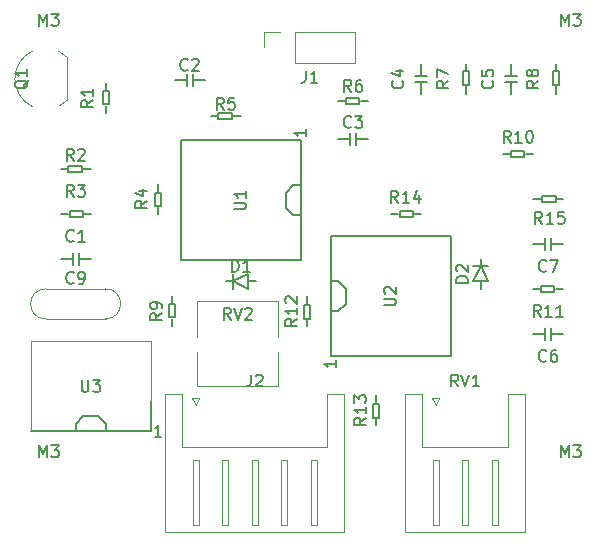
<source format=gbr>
G04 #@! TF.GenerationSoftware,KiCad,Pcbnew,(5.1.9)-1*
G04 #@! TF.CreationDate,2021-05-04T10:01:55+09:00*
G04 #@! TF.ProjectId,ipm165,69706d31-3635-42e6-9b69-6361645f7063,0*
G04 #@! TF.SameCoordinates,Original*
G04 #@! TF.FileFunction,Legend,Top*
G04 #@! TF.FilePolarity,Positive*
%FSLAX46Y46*%
G04 Gerber Fmt 4.6, Leading zero omitted, Abs format (unit mm)*
G04 Created by KiCad (PCBNEW (5.1.9)-1) date 2021-05-04 10:01:55*
%MOMM*%
%LPD*%
G01*
G04 APERTURE LIST*
%ADD10C,0.150000*%
%ADD11C,0.120000*%
G04 APERTURE END LIST*
D10*
X39878000Y-35560000D02*
X40513000Y-35560000D01*
X41783000Y-35560000D02*
X42418000Y-35560000D01*
X41656000Y-35306000D02*
X40513000Y-35306000D01*
X41656000Y-35814000D02*
X41656000Y-35306000D01*
X40513000Y-35814000D02*
X41656000Y-35814000D01*
X40513000Y-35306000D02*
X40513000Y-35814000D01*
X36576000Y-50800000D02*
X36576000Y-51435000D01*
X36576000Y-52705000D02*
X36576000Y-53340000D01*
X36830000Y-52578000D02*
X36830000Y-51435000D01*
X36322000Y-52578000D02*
X36830000Y-52578000D01*
X36322000Y-51435000D02*
X36322000Y-52578000D01*
X36830000Y-51435000D02*
X36322000Y-51435000D01*
X46228000Y-42672000D02*
X46228000Y-42037000D01*
X46228000Y-42037000D02*
X46863000Y-41402000D01*
X46863000Y-41402000D02*
X47498000Y-41402000D01*
X46228000Y-42672000D02*
X46228000Y-43307000D01*
X46228000Y-43307000D02*
X46863000Y-43942000D01*
X46863000Y-43942000D02*
X47498000Y-43942000D01*
X44958000Y-37592000D02*
X37338000Y-37592000D01*
X37338000Y-37592000D02*
X37338000Y-47752000D01*
X37338000Y-47752000D02*
X47498000Y-47752000D01*
X47498000Y-47752000D02*
X47498000Y-37592000D01*
X47498000Y-37592000D02*
X44958000Y-37592000D01*
X28702000Y-47117000D02*
X28702000Y-48133000D01*
X28194000Y-47117000D02*
X28194000Y-48133000D01*
X28194000Y-47625000D02*
X27178000Y-47625000D01*
X28702000Y-47625000D02*
X29718000Y-47625000D01*
X29718000Y-60960000D02*
X30353000Y-60960000D01*
X28448000Y-61595000D02*
X28448000Y-62230000D01*
X29718000Y-60960000D02*
X29083000Y-60960000D01*
X30353000Y-60960000D02*
X30988000Y-61595000D01*
X30988000Y-61595000D02*
X30988000Y-62230000D01*
X24638000Y-62230000D02*
X34798000Y-62230000D01*
X29083000Y-60960000D02*
X28448000Y-61595000D01*
X34798000Y-62230000D02*
X34798000Y-59690000D01*
D11*
X34798000Y-59690000D02*
X34798000Y-54610000D01*
X34798000Y-54610000D02*
X24638000Y-54610000D01*
X24638000Y-54610000D02*
X24638000Y-62230000D01*
D10*
X51308000Y-50800000D02*
X51308000Y-51435000D01*
X51308000Y-51435000D02*
X50673000Y-52070000D01*
X50673000Y-52070000D02*
X50038000Y-52070000D01*
X51308000Y-50800000D02*
X51308000Y-50165000D01*
X51308000Y-50165000D02*
X50673000Y-49530000D01*
X50673000Y-49530000D02*
X50038000Y-49530000D01*
X52578000Y-55880000D02*
X60198000Y-55880000D01*
X60198000Y-55880000D02*
X60198000Y-45720000D01*
X60198000Y-45720000D02*
X50038000Y-45720000D01*
X50038000Y-45720000D02*
X50038000Y-55880000D01*
X50038000Y-55880000D02*
X52578000Y-55880000D01*
X38354000Y-32004000D02*
X38354000Y-33020000D01*
X37846000Y-32004000D02*
X37846000Y-33020000D01*
X37846000Y-32512000D02*
X36830000Y-32512000D01*
X38354000Y-32512000D02*
X39370000Y-32512000D01*
X51689000Y-37973000D02*
X51689000Y-36957000D01*
X52197000Y-37973000D02*
X52197000Y-36957000D01*
X52197000Y-37465000D02*
X53213000Y-37465000D01*
X51689000Y-37465000D02*
X50673000Y-37465000D01*
X57150000Y-32131000D02*
X58166000Y-32131000D01*
X57150000Y-32639000D02*
X58166000Y-32639000D01*
X57658000Y-32639000D02*
X57658000Y-33655000D01*
X57658000Y-32131000D02*
X57658000Y-31115000D01*
X64770000Y-32131000D02*
X65786000Y-32131000D01*
X64770000Y-32639000D02*
X65786000Y-32639000D01*
X65278000Y-32639000D02*
X65278000Y-33655000D01*
X65278000Y-32131000D02*
X65278000Y-31115000D01*
X68199000Y-54483000D02*
X68199000Y-53467000D01*
X68707000Y-54483000D02*
X68707000Y-53467000D01*
X68707000Y-53975000D02*
X69723000Y-53975000D01*
X68199000Y-53975000D02*
X67183000Y-53975000D01*
X68199000Y-46863000D02*
X68199000Y-45847000D01*
X68707000Y-46863000D02*
X68707000Y-45847000D01*
X68707000Y-46355000D02*
X69723000Y-46355000D01*
X68199000Y-46355000D02*
X67183000Y-46355000D01*
X43053000Y-49530000D02*
X43688000Y-49530000D01*
X41148000Y-49530000D02*
X41783000Y-49530000D01*
X41783000Y-49530000D02*
X43053000Y-48895000D01*
X43053000Y-48895000D02*
X43053000Y-50165000D01*
X43053000Y-50165000D02*
X41783000Y-49530000D01*
X41783000Y-48895000D02*
X41783000Y-50165000D01*
X62738000Y-49530000D02*
X62738000Y-50165000D01*
X62738000Y-47625000D02*
X62738000Y-48260000D01*
X62738000Y-48260000D02*
X63373000Y-49530000D01*
X63373000Y-49530000D02*
X62103000Y-49530000D01*
X62103000Y-49530000D02*
X62738000Y-48260000D01*
X63373000Y-48260000D02*
X62103000Y-48260000D01*
X30988000Y-32766000D02*
X30988000Y-33401000D01*
X30988000Y-34671000D02*
X30988000Y-35306000D01*
X31242000Y-34544000D02*
X31242000Y-33401000D01*
X30734000Y-34544000D02*
X31242000Y-34544000D01*
X30734000Y-33401000D02*
X30734000Y-34544000D01*
X31242000Y-33401000D02*
X30734000Y-33401000D01*
X27178000Y-40005000D02*
X27813000Y-40005000D01*
X29083000Y-40005000D02*
X29718000Y-40005000D01*
X28956000Y-39751000D02*
X27813000Y-39751000D01*
X28956000Y-40259000D02*
X28956000Y-39751000D01*
X27813000Y-40259000D02*
X28956000Y-40259000D01*
X27813000Y-39751000D02*
X27813000Y-40259000D01*
X29718000Y-43815000D02*
X29083000Y-43815000D01*
X27813000Y-43815000D02*
X27178000Y-43815000D01*
X27940000Y-44069000D02*
X29083000Y-44069000D01*
X27940000Y-43561000D02*
X27940000Y-44069000D01*
X29083000Y-43561000D02*
X27940000Y-43561000D01*
X29083000Y-44069000D02*
X29083000Y-43561000D01*
X35433000Y-43815000D02*
X35433000Y-43180000D01*
X35433000Y-41910000D02*
X35433000Y-41275000D01*
X35179000Y-42037000D02*
X35179000Y-43180000D01*
X35687000Y-42037000D02*
X35179000Y-42037000D01*
X35687000Y-43180000D02*
X35687000Y-42037000D01*
X35179000Y-43180000D02*
X35687000Y-43180000D01*
X50673000Y-34290000D02*
X51308000Y-34290000D01*
X52578000Y-34290000D02*
X53213000Y-34290000D01*
X52451000Y-34036000D02*
X51308000Y-34036000D01*
X52451000Y-34544000D02*
X52451000Y-34036000D01*
X51308000Y-34544000D02*
X52451000Y-34544000D01*
X51308000Y-34036000D02*
X51308000Y-34544000D01*
X61468000Y-31115000D02*
X61468000Y-31750000D01*
X61468000Y-33020000D02*
X61468000Y-33655000D01*
X61722000Y-32893000D02*
X61722000Y-31750000D01*
X61214000Y-32893000D02*
X61722000Y-32893000D01*
X61214000Y-31750000D02*
X61214000Y-32893000D01*
X61722000Y-31750000D02*
X61214000Y-31750000D01*
X69088000Y-31115000D02*
X69088000Y-31750000D01*
X69088000Y-33020000D02*
X69088000Y-33655000D01*
X69342000Y-32893000D02*
X69342000Y-31750000D01*
X68834000Y-32893000D02*
X69342000Y-32893000D01*
X68834000Y-31750000D02*
X68834000Y-32893000D01*
X69342000Y-31750000D02*
X68834000Y-31750000D01*
X64643000Y-38735000D02*
X65278000Y-38735000D01*
X66548000Y-38735000D02*
X67183000Y-38735000D01*
X66421000Y-38481000D02*
X65278000Y-38481000D01*
X66421000Y-38989000D02*
X66421000Y-38481000D01*
X65278000Y-38989000D02*
X66421000Y-38989000D01*
X65278000Y-38481000D02*
X65278000Y-38989000D01*
X67183000Y-50165000D02*
X67818000Y-50165000D01*
X69088000Y-50165000D02*
X69723000Y-50165000D01*
X68961000Y-49911000D02*
X67818000Y-49911000D01*
X68961000Y-50419000D02*
X68961000Y-49911000D01*
X67818000Y-50419000D02*
X68961000Y-50419000D01*
X67818000Y-49911000D02*
X67818000Y-50419000D01*
X48006000Y-53340000D02*
X48006000Y-52705000D01*
X48006000Y-51435000D02*
X48006000Y-50800000D01*
X47752000Y-51562000D02*
X47752000Y-52705000D01*
X48260000Y-51562000D02*
X47752000Y-51562000D01*
X48260000Y-52705000D02*
X48260000Y-51562000D01*
X47752000Y-52705000D02*
X48260000Y-52705000D01*
X53848000Y-61722000D02*
X53848000Y-61087000D01*
X53848000Y-59817000D02*
X53848000Y-59182000D01*
X53594000Y-59944000D02*
X53594000Y-61087000D01*
X54102000Y-59944000D02*
X53594000Y-59944000D01*
X54102000Y-61087000D02*
X54102000Y-59944000D01*
X53594000Y-61087000D02*
X54102000Y-61087000D01*
X57658000Y-43815000D02*
X57023000Y-43815000D01*
X55753000Y-43815000D02*
X55118000Y-43815000D01*
X55880000Y-44069000D02*
X57023000Y-44069000D01*
X55880000Y-43561000D02*
X55880000Y-44069000D01*
X57023000Y-43561000D02*
X55880000Y-43561000D01*
X57023000Y-44069000D02*
X57023000Y-43561000D01*
X69723000Y-42545000D02*
X69088000Y-42545000D01*
X67818000Y-42545000D02*
X67183000Y-42545000D01*
X67945000Y-42799000D02*
X69088000Y-42799000D01*
X67945000Y-42291000D02*
X67945000Y-42799000D01*
X69088000Y-42291000D02*
X67945000Y-42291000D01*
X69088000Y-42799000D02*
X69088000Y-42291000D01*
D11*
X25908000Y-52705000D02*
G75*
G02*
X25908000Y-50165000I0J1270000D01*
G01*
X30988000Y-50165000D02*
G75*
G02*
X30988000Y-52705000I0J-1270000D01*
G01*
X30988000Y-52705000D02*
X25908000Y-52705000D01*
X25908000Y-50165000D02*
X30988000Y-50165000D01*
X44390000Y-29718000D02*
X44390000Y-28388000D01*
X44390000Y-28388000D02*
X45720000Y-28388000D01*
X46990000Y-28388000D02*
X52130000Y-28388000D01*
X52130000Y-31048000D02*
X52130000Y-28388000D01*
X46990000Y-31048000D02*
X52130000Y-31048000D01*
X46990000Y-31048000D02*
X46990000Y-28388000D01*
X38908000Y-59368000D02*
X38608000Y-59968000D01*
X38308000Y-59368000D02*
X38908000Y-59368000D01*
X38608000Y-59968000D02*
X38308000Y-59368000D01*
X48858000Y-64668000D02*
X48358000Y-64668000D01*
X48858000Y-70168000D02*
X48858000Y-64668000D01*
X48358000Y-70168000D02*
X48858000Y-70168000D01*
X48358000Y-64668000D02*
X48358000Y-70168000D01*
X46358000Y-64668000D02*
X45858000Y-64668000D01*
X46358000Y-70168000D02*
X46358000Y-64668000D01*
X45858000Y-70168000D02*
X46358000Y-70168000D01*
X45858000Y-64668000D02*
X45858000Y-70168000D01*
X43858000Y-64668000D02*
X43358000Y-64668000D01*
X43858000Y-70168000D02*
X43858000Y-64668000D01*
X43358000Y-70168000D02*
X43858000Y-70168000D01*
X43358000Y-64668000D02*
X43358000Y-70168000D01*
X41358000Y-64668000D02*
X40858000Y-64668000D01*
X41358000Y-70168000D02*
X41358000Y-64668000D01*
X40858000Y-70168000D02*
X41358000Y-70168000D01*
X40858000Y-64668000D02*
X40858000Y-70168000D01*
X38858000Y-64668000D02*
X38358000Y-64668000D01*
X38858000Y-70168000D02*
X38858000Y-64668000D01*
X38358000Y-70168000D02*
X38858000Y-70168000D01*
X38358000Y-64668000D02*
X38358000Y-70168000D01*
X49748000Y-63558000D02*
X43608000Y-63558000D01*
X49748000Y-59058000D02*
X49748000Y-63558000D01*
X51168000Y-59058000D02*
X49748000Y-59058000D01*
X51168000Y-70778000D02*
X51168000Y-59058000D01*
X43608000Y-70778000D02*
X51168000Y-70778000D01*
X37468000Y-63558000D02*
X43608000Y-63558000D01*
X37468000Y-59058000D02*
X37468000Y-63558000D01*
X36048000Y-59058000D02*
X37468000Y-59058000D01*
X36048000Y-70778000D02*
X36048000Y-59058000D01*
X43608000Y-70778000D02*
X36048000Y-70778000D01*
X27030795Y-30060816D02*
G75*
G02*
X27758000Y-30585000I-1122795J-2324184D01*
G01*
X24809193Y-30028600D02*
G75*
G03*
X23308000Y-32385000I1098807J-2356400D01*
G01*
X24809193Y-34741400D02*
G75*
G02*
X23308000Y-32385000I1098807J2356400D01*
G01*
X27030795Y-34709184D02*
G75*
G03*
X27758000Y-34185000I-1122795J2324184D01*
G01*
X27758000Y-34185000D02*
X27758000Y-30585000D01*
X61428000Y-70778000D02*
X56368000Y-70778000D01*
X56368000Y-70778000D02*
X56368000Y-59058000D01*
X56368000Y-59058000D02*
X57788000Y-59058000D01*
X57788000Y-59058000D02*
X57788000Y-63558000D01*
X57788000Y-63558000D02*
X61428000Y-63558000D01*
X61428000Y-70778000D02*
X66488000Y-70778000D01*
X66488000Y-70778000D02*
X66488000Y-59058000D01*
X66488000Y-59058000D02*
X65068000Y-59058000D01*
X65068000Y-59058000D02*
X65068000Y-63558000D01*
X65068000Y-63558000D02*
X61428000Y-63558000D01*
X58678000Y-64668000D02*
X58678000Y-70168000D01*
X58678000Y-70168000D02*
X59178000Y-70168000D01*
X59178000Y-70168000D02*
X59178000Y-64668000D01*
X59178000Y-64668000D02*
X58678000Y-64668000D01*
X61178000Y-64668000D02*
X61178000Y-70168000D01*
X61178000Y-70168000D02*
X61678000Y-70168000D01*
X61678000Y-70168000D02*
X61678000Y-64668000D01*
X61678000Y-64668000D02*
X61178000Y-64668000D01*
X63678000Y-64668000D02*
X63678000Y-70168000D01*
X63678000Y-70168000D02*
X64178000Y-70168000D01*
X64178000Y-70168000D02*
X64178000Y-64668000D01*
X64178000Y-64668000D02*
X63678000Y-64668000D01*
X58928000Y-59968000D02*
X58628000Y-59368000D01*
X58628000Y-59368000D02*
X59228000Y-59368000D01*
X59228000Y-59368000D02*
X58928000Y-59968000D01*
X45584000Y-51184000D02*
X45584000Y-54214000D01*
X45584000Y-55514000D02*
X45584000Y-58424000D01*
X38744000Y-51184000D02*
X38744000Y-54214000D01*
X38744000Y-55514000D02*
X38744000Y-58424000D01*
X45584000Y-51184000D02*
X38744000Y-51184000D01*
X45584000Y-58424000D02*
X38744000Y-58424000D01*
D10*
X25352476Y-27884380D02*
X25352476Y-26884380D01*
X25685809Y-27598666D01*
X26019142Y-26884380D01*
X26019142Y-27884380D01*
X26400095Y-26884380D02*
X27019142Y-26884380D01*
X26685809Y-27265333D01*
X26828666Y-27265333D01*
X26923904Y-27312952D01*
X26971523Y-27360571D01*
X27019142Y-27455809D01*
X27019142Y-27693904D01*
X26971523Y-27789142D01*
X26923904Y-27836761D01*
X26828666Y-27884380D01*
X26542952Y-27884380D01*
X26447714Y-27836761D01*
X26400095Y-27789142D01*
X69548476Y-27884380D02*
X69548476Y-26884380D01*
X69881809Y-27598666D01*
X70215142Y-26884380D01*
X70215142Y-27884380D01*
X70596095Y-26884380D02*
X71215142Y-26884380D01*
X70881809Y-27265333D01*
X71024666Y-27265333D01*
X71119904Y-27312952D01*
X71167523Y-27360571D01*
X71215142Y-27455809D01*
X71215142Y-27693904D01*
X71167523Y-27789142D01*
X71119904Y-27836761D01*
X71024666Y-27884380D01*
X70738952Y-27884380D01*
X70643714Y-27836761D01*
X70596095Y-27789142D01*
X69548476Y-64420380D02*
X69548476Y-63420380D01*
X69881809Y-64134666D01*
X70215142Y-63420380D01*
X70215142Y-64420380D01*
X70596095Y-63420380D02*
X71215142Y-63420380D01*
X70881809Y-63801333D01*
X71024666Y-63801333D01*
X71119904Y-63848952D01*
X71167523Y-63896571D01*
X71215142Y-63991809D01*
X71215142Y-64229904D01*
X71167523Y-64325142D01*
X71119904Y-64372761D01*
X71024666Y-64420380D01*
X70738952Y-64420380D01*
X70643714Y-64372761D01*
X70596095Y-64325142D01*
X25352476Y-64420380D02*
X25352476Y-63420380D01*
X25685809Y-64134666D01*
X26019142Y-63420380D01*
X26019142Y-64420380D01*
X26400095Y-63420380D02*
X27019142Y-63420380D01*
X26685809Y-63801333D01*
X26828666Y-63801333D01*
X26923904Y-63848952D01*
X26971523Y-63896571D01*
X27019142Y-63991809D01*
X27019142Y-64229904D01*
X26971523Y-64325142D01*
X26923904Y-64372761D01*
X26828666Y-64420380D01*
X26542952Y-64420380D01*
X26447714Y-64372761D01*
X26400095Y-64325142D01*
X40981333Y-34996380D02*
X40648000Y-34520190D01*
X40409904Y-34996380D02*
X40409904Y-33996380D01*
X40790857Y-33996380D01*
X40886095Y-34044000D01*
X40933714Y-34091619D01*
X40981333Y-34186857D01*
X40981333Y-34329714D01*
X40933714Y-34424952D01*
X40886095Y-34472571D01*
X40790857Y-34520190D01*
X40409904Y-34520190D01*
X41886095Y-33996380D02*
X41409904Y-33996380D01*
X41362285Y-34472571D01*
X41409904Y-34424952D01*
X41505142Y-34377333D01*
X41743238Y-34377333D01*
X41838476Y-34424952D01*
X41886095Y-34472571D01*
X41933714Y-34567809D01*
X41933714Y-34805904D01*
X41886095Y-34901142D01*
X41838476Y-34948761D01*
X41743238Y-34996380D01*
X41505142Y-34996380D01*
X41409904Y-34948761D01*
X41362285Y-34901142D01*
X35758380Y-52236666D02*
X35282190Y-52570000D01*
X35758380Y-52808095D02*
X34758380Y-52808095D01*
X34758380Y-52427142D01*
X34806000Y-52331904D01*
X34853619Y-52284285D01*
X34948857Y-52236666D01*
X35091714Y-52236666D01*
X35186952Y-52284285D01*
X35234571Y-52331904D01*
X35282190Y-52427142D01*
X35282190Y-52808095D01*
X35758380Y-51760476D02*
X35758380Y-51570000D01*
X35710761Y-51474761D01*
X35663142Y-51427142D01*
X35520285Y-51331904D01*
X35329809Y-51284285D01*
X34948857Y-51284285D01*
X34853619Y-51331904D01*
X34806000Y-51379523D01*
X34758380Y-51474761D01*
X34758380Y-51665238D01*
X34806000Y-51760476D01*
X34853619Y-51808095D01*
X34948857Y-51855714D01*
X35186952Y-51855714D01*
X35282190Y-51808095D01*
X35329809Y-51760476D01*
X35377428Y-51665238D01*
X35377428Y-51474761D01*
X35329809Y-51379523D01*
X35282190Y-51331904D01*
X35186952Y-51284285D01*
X41870380Y-43433904D02*
X42679904Y-43433904D01*
X42775142Y-43386285D01*
X42822761Y-43338666D01*
X42870380Y-43243428D01*
X42870380Y-43052952D01*
X42822761Y-42957714D01*
X42775142Y-42910095D01*
X42679904Y-42862476D01*
X41870380Y-42862476D01*
X42870380Y-41862476D02*
X42870380Y-42433904D01*
X42870380Y-42148190D02*
X41870380Y-42148190D01*
X42013238Y-42243428D01*
X42108476Y-42338666D01*
X42156095Y-42433904D01*
X47950380Y-36671285D02*
X47950380Y-37242714D01*
X47950380Y-36957000D02*
X46950380Y-36957000D01*
X47093238Y-37052238D01*
X47188476Y-37147476D01*
X47236095Y-37242714D01*
X28281333Y-46077142D02*
X28233714Y-46124761D01*
X28090857Y-46172380D01*
X27995619Y-46172380D01*
X27852761Y-46124761D01*
X27757523Y-46029523D01*
X27709904Y-45934285D01*
X27662285Y-45743809D01*
X27662285Y-45600952D01*
X27709904Y-45410476D01*
X27757523Y-45315238D01*
X27852761Y-45220000D01*
X27995619Y-45172380D01*
X28090857Y-45172380D01*
X28233714Y-45220000D01*
X28281333Y-45267619D01*
X29233714Y-46172380D02*
X28662285Y-46172380D01*
X28948000Y-46172380D02*
X28948000Y-45172380D01*
X28852761Y-45315238D01*
X28757523Y-45410476D01*
X28662285Y-45458095D01*
X28956095Y-57872380D02*
X28956095Y-58681904D01*
X29003714Y-58777142D01*
X29051333Y-58824761D01*
X29146571Y-58872380D01*
X29337047Y-58872380D01*
X29432285Y-58824761D01*
X29479904Y-58777142D01*
X29527523Y-58681904D01*
X29527523Y-57872380D01*
X29908476Y-57872380D02*
X30527523Y-57872380D01*
X30194190Y-58253333D01*
X30337047Y-58253333D01*
X30432285Y-58300952D01*
X30479904Y-58348571D01*
X30527523Y-58443809D01*
X30527523Y-58681904D01*
X30479904Y-58777142D01*
X30432285Y-58824761D01*
X30337047Y-58872380D01*
X30051333Y-58872380D01*
X29956095Y-58824761D01*
X29908476Y-58777142D01*
X35718714Y-62682380D02*
X35147285Y-62682380D01*
X35433000Y-62682380D02*
X35433000Y-61682380D01*
X35337761Y-61825238D01*
X35242523Y-61920476D01*
X35147285Y-61968095D01*
X54570380Y-51561904D02*
X55379904Y-51561904D01*
X55475142Y-51514285D01*
X55522761Y-51466666D01*
X55570380Y-51371428D01*
X55570380Y-51180952D01*
X55522761Y-51085714D01*
X55475142Y-51038095D01*
X55379904Y-50990476D01*
X54570380Y-50990476D01*
X54665619Y-50561904D02*
X54618000Y-50514285D01*
X54570380Y-50419047D01*
X54570380Y-50180952D01*
X54618000Y-50085714D01*
X54665619Y-50038095D01*
X54760857Y-49990476D01*
X54856095Y-49990476D01*
X54998952Y-50038095D01*
X55570380Y-50609523D01*
X55570380Y-49990476D01*
X50490380Y-56229285D02*
X50490380Y-56800714D01*
X50490380Y-56515000D02*
X49490380Y-56515000D01*
X49633238Y-56610238D01*
X49728476Y-56705476D01*
X49776095Y-56800714D01*
X37933333Y-31599142D02*
X37885714Y-31646761D01*
X37742857Y-31694380D01*
X37647619Y-31694380D01*
X37504761Y-31646761D01*
X37409523Y-31551523D01*
X37361904Y-31456285D01*
X37314285Y-31265809D01*
X37314285Y-31122952D01*
X37361904Y-30932476D01*
X37409523Y-30837238D01*
X37504761Y-30742000D01*
X37647619Y-30694380D01*
X37742857Y-30694380D01*
X37885714Y-30742000D01*
X37933333Y-30789619D01*
X38314285Y-30789619D02*
X38361904Y-30742000D01*
X38457142Y-30694380D01*
X38695238Y-30694380D01*
X38790476Y-30742000D01*
X38838095Y-30789619D01*
X38885714Y-30884857D01*
X38885714Y-30980095D01*
X38838095Y-31122952D01*
X38266666Y-31694380D01*
X38885714Y-31694380D01*
X51776333Y-36425142D02*
X51728714Y-36472761D01*
X51585857Y-36520380D01*
X51490619Y-36520380D01*
X51347761Y-36472761D01*
X51252523Y-36377523D01*
X51204904Y-36282285D01*
X51157285Y-36091809D01*
X51157285Y-35948952D01*
X51204904Y-35758476D01*
X51252523Y-35663238D01*
X51347761Y-35568000D01*
X51490619Y-35520380D01*
X51585857Y-35520380D01*
X51728714Y-35568000D01*
X51776333Y-35615619D01*
X52109666Y-35520380D02*
X52728714Y-35520380D01*
X52395380Y-35901333D01*
X52538238Y-35901333D01*
X52633476Y-35948952D01*
X52681095Y-35996571D01*
X52728714Y-36091809D01*
X52728714Y-36329904D01*
X52681095Y-36425142D01*
X52633476Y-36472761D01*
X52538238Y-36520380D01*
X52252523Y-36520380D01*
X52157285Y-36472761D01*
X52109666Y-36425142D01*
X56110142Y-32551666D02*
X56157761Y-32599285D01*
X56205380Y-32742142D01*
X56205380Y-32837380D01*
X56157761Y-32980238D01*
X56062523Y-33075476D01*
X55967285Y-33123095D01*
X55776809Y-33170714D01*
X55633952Y-33170714D01*
X55443476Y-33123095D01*
X55348238Y-33075476D01*
X55253000Y-32980238D01*
X55205380Y-32837380D01*
X55205380Y-32742142D01*
X55253000Y-32599285D01*
X55300619Y-32551666D01*
X55538714Y-31694523D02*
X56205380Y-31694523D01*
X55157761Y-31932619D02*
X55872047Y-32170714D01*
X55872047Y-31551666D01*
X63730142Y-32551666D02*
X63777761Y-32599285D01*
X63825380Y-32742142D01*
X63825380Y-32837380D01*
X63777761Y-32980238D01*
X63682523Y-33075476D01*
X63587285Y-33123095D01*
X63396809Y-33170714D01*
X63253952Y-33170714D01*
X63063476Y-33123095D01*
X62968238Y-33075476D01*
X62873000Y-32980238D01*
X62825380Y-32837380D01*
X62825380Y-32742142D01*
X62873000Y-32599285D01*
X62920619Y-32551666D01*
X62825380Y-31646904D02*
X62825380Y-32123095D01*
X63301571Y-32170714D01*
X63253952Y-32123095D01*
X63206333Y-32027857D01*
X63206333Y-31789761D01*
X63253952Y-31694523D01*
X63301571Y-31646904D01*
X63396809Y-31599285D01*
X63634904Y-31599285D01*
X63730142Y-31646904D01*
X63777761Y-31694523D01*
X63825380Y-31789761D01*
X63825380Y-32027857D01*
X63777761Y-32123095D01*
X63730142Y-32170714D01*
X68286333Y-56237142D02*
X68238714Y-56284761D01*
X68095857Y-56332380D01*
X68000619Y-56332380D01*
X67857761Y-56284761D01*
X67762523Y-56189523D01*
X67714904Y-56094285D01*
X67667285Y-55903809D01*
X67667285Y-55760952D01*
X67714904Y-55570476D01*
X67762523Y-55475238D01*
X67857761Y-55380000D01*
X68000619Y-55332380D01*
X68095857Y-55332380D01*
X68238714Y-55380000D01*
X68286333Y-55427619D01*
X69143476Y-55332380D02*
X68953000Y-55332380D01*
X68857761Y-55380000D01*
X68810142Y-55427619D01*
X68714904Y-55570476D01*
X68667285Y-55760952D01*
X68667285Y-56141904D01*
X68714904Y-56237142D01*
X68762523Y-56284761D01*
X68857761Y-56332380D01*
X69048238Y-56332380D01*
X69143476Y-56284761D01*
X69191095Y-56237142D01*
X69238714Y-56141904D01*
X69238714Y-55903809D01*
X69191095Y-55808571D01*
X69143476Y-55760952D01*
X69048238Y-55713333D01*
X68857761Y-55713333D01*
X68762523Y-55760952D01*
X68714904Y-55808571D01*
X68667285Y-55903809D01*
X68286333Y-48617142D02*
X68238714Y-48664761D01*
X68095857Y-48712380D01*
X68000619Y-48712380D01*
X67857761Y-48664761D01*
X67762523Y-48569523D01*
X67714904Y-48474285D01*
X67667285Y-48283809D01*
X67667285Y-48140952D01*
X67714904Y-47950476D01*
X67762523Y-47855238D01*
X67857761Y-47760000D01*
X68000619Y-47712380D01*
X68095857Y-47712380D01*
X68238714Y-47760000D01*
X68286333Y-47807619D01*
X68619666Y-47712380D02*
X69286333Y-47712380D01*
X68857761Y-48712380D01*
X41679904Y-48712380D02*
X41679904Y-47712380D01*
X41918000Y-47712380D01*
X42060857Y-47760000D01*
X42156095Y-47855238D01*
X42203714Y-47950476D01*
X42251333Y-48140952D01*
X42251333Y-48283809D01*
X42203714Y-48474285D01*
X42156095Y-48569523D01*
X42060857Y-48664761D01*
X41918000Y-48712380D01*
X41679904Y-48712380D01*
X43203714Y-48712380D02*
X42632285Y-48712380D01*
X42918000Y-48712380D02*
X42918000Y-47712380D01*
X42822761Y-47855238D01*
X42727523Y-47950476D01*
X42632285Y-47998095D01*
X61666380Y-49633095D02*
X60666380Y-49633095D01*
X60666380Y-49395000D01*
X60714000Y-49252142D01*
X60809238Y-49156904D01*
X60904476Y-49109285D01*
X61094952Y-49061666D01*
X61237809Y-49061666D01*
X61428285Y-49109285D01*
X61523523Y-49156904D01*
X61618761Y-49252142D01*
X61666380Y-49395000D01*
X61666380Y-49633095D01*
X60761619Y-48680714D02*
X60714000Y-48633095D01*
X60666380Y-48537857D01*
X60666380Y-48299761D01*
X60714000Y-48204523D01*
X60761619Y-48156904D01*
X60856857Y-48109285D01*
X60952095Y-48109285D01*
X61094952Y-48156904D01*
X61666380Y-48728333D01*
X61666380Y-48109285D01*
X29916380Y-34202666D02*
X29440190Y-34536000D01*
X29916380Y-34774095D02*
X28916380Y-34774095D01*
X28916380Y-34393142D01*
X28964000Y-34297904D01*
X29011619Y-34250285D01*
X29106857Y-34202666D01*
X29249714Y-34202666D01*
X29344952Y-34250285D01*
X29392571Y-34297904D01*
X29440190Y-34393142D01*
X29440190Y-34774095D01*
X29916380Y-33250285D02*
X29916380Y-33821714D01*
X29916380Y-33536000D02*
X28916380Y-33536000D01*
X29059238Y-33631238D01*
X29154476Y-33726476D01*
X29202095Y-33821714D01*
X28281333Y-39314380D02*
X27948000Y-38838190D01*
X27709904Y-39314380D02*
X27709904Y-38314380D01*
X28090857Y-38314380D01*
X28186095Y-38362000D01*
X28233714Y-38409619D01*
X28281333Y-38504857D01*
X28281333Y-38647714D01*
X28233714Y-38742952D01*
X28186095Y-38790571D01*
X28090857Y-38838190D01*
X27709904Y-38838190D01*
X28662285Y-38409619D02*
X28709904Y-38362000D01*
X28805142Y-38314380D01*
X29043238Y-38314380D01*
X29138476Y-38362000D01*
X29186095Y-38409619D01*
X29233714Y-38504857D01*
X29233714Y-38600095D01*
X29186095Y-38742952D01*
X28614666Y-39314380D01*
X29233714Y-39314380D01*
X28281333Y-42362380D02*
X27948000Y-41886190D01*
X27709904Y-42362380D02*
X27709904Y-41362380D01*
X28090857Y-41362380D01*
X28186095Y-41410000D01*
X28233714Y-41457619D01*
X28281333Y-41552857D01*
X28281333Y-41695714D01*
X28233714Y-41790952D01*
X28186095Y-41838571D01*
X28090857Y-41886190D01*
X27709904Y-41886190D01*
X28614666Y-41362380D02*
X29233714Y-41362380D01*
X28900380Y-41743333D01*
X29043238Y-41743333D01*
X29138476Y-41790952D01*
X29186095Y-41838571D01*
X29233714Y-41933809D01*
X29233714Y-42171904D01*
X29186095Y-42267142D01*
X29138476Y-42314761D01*
X29043238Y-42362380D01*
X28757523Y-42362380D01*
X28662285Y-42314761D01*
X28614666Y-42267142D01*
X34488380Y-42711666D02*
X34012190Y-43045000D01*
X34488380Y-43283095D02*
X33488380Y-43283095D01*
X33488380Y-42902142D01*
X33536000Y-42806904D01*
X33583619Y-42759285D01*
X33678857Y-42711666D01*
X33821714Y-42711666D01*
X33916952Y-42759285D01*
X33964571Y-42806904D01*
X34012190Y-42902142D01*
X34012190Y-43283095D01*
X33821714Y-41854523D02*
X34488380Y-41854523D01*
X33440761Y-42092619D02*
X34155047Y-42330714D01*
X34155047Y-41711666D01*
X51776333Y-33472380D02*
X51443000Y-32996190D01*
X51204904Y-33472380D02*
X51204904Y-32472380D01*
X51585857Y-32472380D01*
X51681095Y-32520000D01*
X51728714Y-32567619D01*
X51776333Y-32662857D01*
X51776333Y-32805714D01*
X51728714Y-32900952D01*
X51681095Y-32948571D01*
X51585857Y-32996190D01*
X51204904Y-32996190D01*
X52633476Y-32472380D02*
X52443000Y-32472380D01*
X52347761Y-32520000D01*
X52300142Y-32567619D01*
X52204904Y-32710476D01*
X52157285Y-32900952D01*
X52157285Y-33281904D01*
X52204904Y-33377142D01*
X52252523Y-33424761D01*
X52347761Y-33472380D01*
X52538238Y-33472380D01*
X52633476Y-33424761D01*
X52681095Y-33377142D01*
X52728714Y-33281904D01*
X52728714Y-33043809D01*
X52681095Y-32948571D01*
X52633476Y-32900952D01*
X52538238Y-32853333D01*
X52347761Y-32853333D01*
X52252523Y-32900952D01*
X52204904Y-32948571D01*
X52157285Y-33043809D01*
X60015380Y-32551666D02*
X59539190Y-32885000D01*
X60015380Y-33123095D02*
X59015380Y-33123095D01*
X59015380Y-32742142D01*
X59063000Y-32646904D01*
X59110619Y-32599285D01*
X59205857Y-32551666D01*
X59348714Y-32551666D01*
X59443952Y-32599285D01*
X59491571Y-32646904D01*
X59539190Y-32742142D01*
X59539190Y-33123095D01*
X59015380Y-32218333D02*
X59015380Y-31551666D01*
X60015380Y-31980238D01*
X67635380Y-32551666D02*
X67159190Y-32885000D01*
X67635380Y-33123095D02*
X66635380Y-33123095D01*
X66635380Y-32742142D01*
X66683000Y-32646904D01*
X66730619Y-32599285D01*
X66825857Y-32551666D01*
X66968714Y-32551666D01*
X67063952Y-32599285D01*
X67111571Y-32646904D01*
X67159190Y-32742142D01*
X67159190Y-33123095D01*
X67063952Y-31980238D02*
X67016333Y-32075476D01*
X66968714Y-32123095D01*
X66873476Y-32170714D01*
X66825857Y-32170714D01*
X66730619Y-32123095D01*
X66683000Y-32075476D01*
X66635380Y-31980238D01*
X66635380Y-31789761D01*
X66683000Y-31694523D01*
X66730619Y-31646904D01*
X66825857Y-31599285D01*
X66873476Y-31599285D01*
X66968714Y-31646904D01*
X67016333Y-31694523D01*
X67063952Y-31789761D01*
X67063952Y-31980238D01*
X67111571Y-32075476D01*
X67159190Y-32123095D01*
X67254428Y-32170714D01*
X67444904Y-32170714D01*
X67540142Y-32123095D01*
X67587761Y-32075476D01*
X67635380Y-31980238D01*
X67635380Y-31789761D01*
X67587761Y-31694523D01*
X67540142Y-31646904D01*
X67444904Y-31599285D01*
X67254428Y-31599285D01*
X67159190Y-31646904D01*
X67111571Y-31694523D01*
X67063952Y-31789761D01*
X65270142Y-37790380D02*
X64936809Y-37314190D01*
X64698714Y-37790380D02*
X64698714Y-36790380D01*
X65079666Y-36790380D01*
X65174904Y-36838000D01*
X65222523Y-36885619D01*
X65270142Y-36980857D01*
X65270142Y-37123714D01*
X65222523Y-37218952D01*
X65174904Y-37266571D01*
X65079666Y-37314190D01*
X64698714Y-37314190D01*
X66222523Y-37790380D02*
X65651095Y-37790380D01*
X65936809Y-37790380D02*
X65936809Y-36790380D01*
X65841571Y-36933238D01*
X65746333Y-37028476D01*
X65651095Y-37076095D01*
X66841571Y-36790380D02*
X66936809Y-36790380D01*
X67032047Y-36838000D01*
X67079666Y-36885619D01*
X67127285Y-36980857D01*
X67174904Y-37171333D01*
X67174904Y-37409428D01*
X67127285Y-37599904D01*
X67079666Y-37695142D01*
X67032047Y-37742761D01*
X66936809Y-37790380D01*
X66841571Y-37790380D01*
X66746333Y-37742761D01*
X66698714Y-37695142D01*
X66651095Y-37599904D01*
X66603476Y-37409428D01*
X66603476Y-37171333D01*
X66651095Y-36980857D01*
X66698714Y-36885619D01*
X66746333Y-36838000D01*
X66841571Y-36790380D01*
X67810142Y-52522380D02*
X67476809Y-52046190D01*
X67238714Y-52522380D02*
X67238714Y-51522380D01*
X67619666Y-51522380D01*
X67714904Y-51570000D01*
X67762523Y-51617619D01*
X67810142Y-51712857D01*
X67810142Y-51855714D01*
X67762523Y-51950952D01*
X67714904Y-51998571D01*
X67619666Y-52046190D01*
X67238714Y-52046190D01*
X68762523Y-52522380D02*
X68191095Y-52522380D01*
X68476809Y-52522380D02*
X68476809Y-51522380D01*
X68381571Y-51665238D01*
X68286333Y-51760476D01*
X68191095Y-51808095D01*
X69714904Y-52522380D02*
X69143476Y-52522380D01*
X69429190Y-52522380D02*
X69429190Y-51522380D01*
X69333952Y-51665238D01*
X69238714Y-51760476D01*
X69143476Y-51808095D01*
X47188380Y-52712857D02*
X46712190Y-53046190D01*
X47188380Y-53284285D02*
X46188380Y-53284285D01*
X46188380Y-52903333D01*
X46236000Y-52808095D01*
X46283619Y-52760476D01*
X46378857Y-52712857D01*
X46521714Y-52712857D01*
X46616952Y-52760476D01*
X46664571Y-52808095D01*
X46712190Y-52903333D01*
X46712190Y-53284285D01*
X47188380Y-51760476D02*
X47188380Y-52331904D01*
X47188380Y-52046190D02*
X46188380Y-52046190D01*
X46331238Y-52141428D01*
X46426476Y-52236666D01*
X46474095Y-52331904D01*
X46283619Y-51379523D02*
X46236000Y-51331904D01*
X46188380Y-51236666D01*
X46188380Y-50998571D01*
X46236000Y-50903333D01*
X46283619Y-50855714D01*
X46378857Y-50808095D01*
X46474095Y-50808095D01*
X46616952Y-50855714D01*
X47188380Y-51427142D01*
X47188380Y-50808095D01*
X53030380Y-61094857D02*
X52554190Y-61428190D01*
X53030380Y-61666285D02*
X52030380Y-61666285D01*
X52030380Y-61285333D01*
X52078000Y-61190095D01*
X52125619Y-61142476D01*
X52220857Y-61094857D01*
X52363714Y-61094857D01*
X52458952Y-61142476D01*
X52506571Y-61190095D01*
X52554190Y-61285333D01*
X52554190Y-61666285D01*
X53030380Y-60142476D02*
X53030380Y-60713904D01*
X53030380Y-60428190D02*
X52030380Y-60428190D01*
X52173238Y-60523428D01*
X52268476Y-60618666D01*
X52316095Y-60713904D01*
X52030380Y-59809142D02*
X52030380Y-59190095D01*
X52411333Y-59523428D01*
X52411333Y-59380571D01*
X52458952Y-59285333D01*
X52506571Y-59237714D01*
X52601809Y-59190095D01*
X52839904Y-59190095D01*
X52935142Y-59237714D01*
X52982761Y-59285333D01*
X53030380Y-59380571D01*
X53030380Y-59666285D01*
X52982761Y-59761523D01*
X52935142Y-59809142D01*
X55745142Y-42870380D02*
X55411809Y-42394190D01*
X55173714Y-42870380D02*
X55173714Y-41870380D01*
X55554666Y-41870380D01*
X55649904Y-41918000D01*
X55697523Y-41965619D01*
X55745142Y-42060857D01*
X55745142Y-42203714D01*
X55697523Y-42298952D01*
X55649904Y-42346571D01*
X55554666Y-42394190D01*
X55173714Y-42394190D01*
X56697523Y-42870380D02*
X56126095Y-42870380D01*
X56411809Y-42870380D02*
X56411809Y-41870380D01*
X56316571Y-42013238D01*
X56221333Y-42108476D01*
X56126095Y-42156095D01*
X57554666Y-42203714D02*
X57554666Y-42870380D01*
X57316571Y-41822761D02*
X57078476Y-42537047D01*
X57697523Y-42537047D01*
X67937142Y-44648380D02*
X67603809Y-44172190D01*
X67365714Y-44648380D02*
X67365714Y-43648380D01*
X67746666Y-43648380D01*
X67841904Y-43696000D01*
X67889523Y-43743619D01*
X67937142Y-43838857D01*
X67937142Y-43981714D01*
X67889523Y-44076952D01*
X67841904Y-44124571D01*
X67746666Y-44172190D01*
X67365714Y-44172190D01*
X68889523Y-44648380D02*
X68318095Y-44648380D01*
X68603809Y-44648380D02*
X68603809Y-43648380D01*
X68508571Y-43791238D01*
X68413333Y-43886476D01*
X68318095Y-43934095D01*
X69794285Y-43648380D02*
X69318095Y-43648380D01*
X69270476Y-44124571D01*
X69318095Y-44076952D01*
X69413333Y-44029333D01*
X69651428Y-44029333D01*
X69746666Y-44076952D01*
X69794285Y-44124571D01*
X69841904Y-44219809D01*
X69841904Y-44457904D01*
X69794285Y-44553142D01*
X69746666Y-44600761D01*
X69651428Y-44648380D01*
X69413333Y-44648380D01*
X69318095Y-44600761D01*
X69270476Y-44553142D01*
X28281333Y-49633142D02*
X28233714Y-49680761D01*
X28090857Y-49728380D01*
X27995619Y-49728380D01*
X27852761Y-49680761D01*
X27757523Y-49585523D01*
X27709904Y-49490285D01*
X27662285Y-49299809D01*
X27662285Y-49156952D01*
X27709904Y-48966476D01*
X27757523Y-48871238D01*
X27852761Y-48776000D01*
X27995619Y-48728380D01*
X28090857Y-48728380D01*
X28233714Y-48776000D01*
X28281333Y-48823619D01*
X28757523Y-49728380D02*
X28948000Y-49728380D01*
X29043238Y-49680761D01*
X29090857Y-49633142D01*
X29186095Y-49490285D01*
X29233714Y-49299809D01*
X29233714Y-48918857D01*
X29186095Y-48823619D01*
X29138476Y-48776000D01*
X29043238Y-48728380D01*
X28852761Y-48728380D01*
X28757523Y-48776000D01*
X28709904Y-48823619D01*
X28662285Y-48918857D01*
X28662285Y-49156952D01*
X28709904Y-49252190D01*
X28757523Y-49299809D01*
X28852761Y-49347428D01*
X29043238Y-49347428D01*
X29138476Y-49299809D01*
X29186095Y-49252190D01*
X29233714Y-49156952D01*
X47926666Y-31710380D02*
X47926666Y-32424666D01*
X47879047Y-32567523D01*
X47783809Y-32662761D01*
X47640952Y-32710380D01*
X47545714Y-32710380D01*
X48926666Y-32710380D02*
X48355238Y-32710380D01*
X48640952Y-32710380D02*
X48640952Y-31710380D01*
X48545714Y-31853238D01*
X48450476Y-31948476D01*
X48355238Y-31996095D01*
X43274666Y-57420380D02*
X43274666Y-58134666D01*
X43227047Y-58277523D01*
X43131809Y-58372761D01*
X42988952Y-58420380D01*
X42893714Y-58420380D01*
X43703238Y-57515619D02*
X43750857Y-57468000D01*
X43846095Y-57420380D01*
X44084190Y-57420380D01*
X44179428Y-57468000D01*
X44227047Y-57515619D01*
X44274666Y-57610857D01*
X44274666Y-57706095D01*
X44227047Y-57848952D01*
X43655619Y-58420380D01*
X44274666Y-58420380D01*
X24423619Y-32480238D02*
X24376000Y-32575476D01*
X24280761Y-32670714D01*
X24137904Y-32813571D01*
X24090285Y-32908809D01*
X24090285Y-33004047D01*
X24328380Y-32956428D02*
X24280761Y-33051666D01*
X24185523Y-33146904D01*
X23995047Y-33194523D01*
X23661714Y-33194523D01*
X23471238Y-33146904D01*
X23376000Y-33051666D01*
X23328380Y-32956428D01*
X23328380Y-32765952D01*
X23376000Y-32670714D01*
X23471238Y-32575476D01*
X23661714Y-32527857D01*
X23995047Y-32527857D01*
X24185523Y-32575476D01*
X24280761Y-32670714D01*
X24328380Y-32765952D01*
X24328380Y-32956428D01*
X24328380Y-31575476D02*
X24328380Y-32146904D01*
X24328380Y-31861190D02*
X23328380Y-31861190D01*
X23471238Y-31956428D01*
X23566476Y-32051666D01*
X23614095Y-32146904D01*
X60832761Y-58420380D02*
X60499428Y-57944190D01*
X60261333Y-58420380D02*
X60261333Y-57420380D01*
X60642285Y-57420380D01*
X60737523Y-57468000D01*
X60785142Y-57515619D01*
X60832761Y-57610857D01*
X60832761Y-57753714D01*
X60785142Y-57848952D01*
X60737523Y-57896571D01*
X60642285Y-57944190D01*
X60261333Y-57944190D01*
X61118476Y-57420380D02*
X61451809Y-58420380D01*
X61785142Y-57420380D01*
X62642285Y-58420380D02*
X62070857Y-58420380D01*
X62356571Y-58420380D02*
X62356571Y-57420380D01*
X62261333Y-57563238D01*
X62166095Y-57658476D01*
X62070857Y-57706095D01*
X41568761Y-52776380D02*
X41235428Y-52300190D01*
X40997333Y-52776380D02*
X40997333Y-51776380D01*
X41378285Y-51776380D01*
X41473523Y-51824000D01*
X41521142Y-51871619D01*
X41568761Y-51966857D01*
X41568761Y-52109714D01*
X41521142Y-52204952D01*
X41473523Y-52252571D01*
X41378285Y-52300190D01*
X40997333Y-52300190D01*
X41854476Y-51776380D02*
X42187809Y-52776380D01*
X42521142Y-51776380D01*
X42806857Y-51871619D02*
X42854476Y-51824000D01*
X42949714Y-51776380D01*
X43187809Y-51776380D01*
X43283047Y-51824000D01*
X43330666Y-51871619D01*
X43378285Y-51966857D01*
X43378285Y-52062095D01*
X43330666Y-52204952D01*
X42759238Y-52776380D01*
X43378285Y-52776380D01*
M02*

</source>
